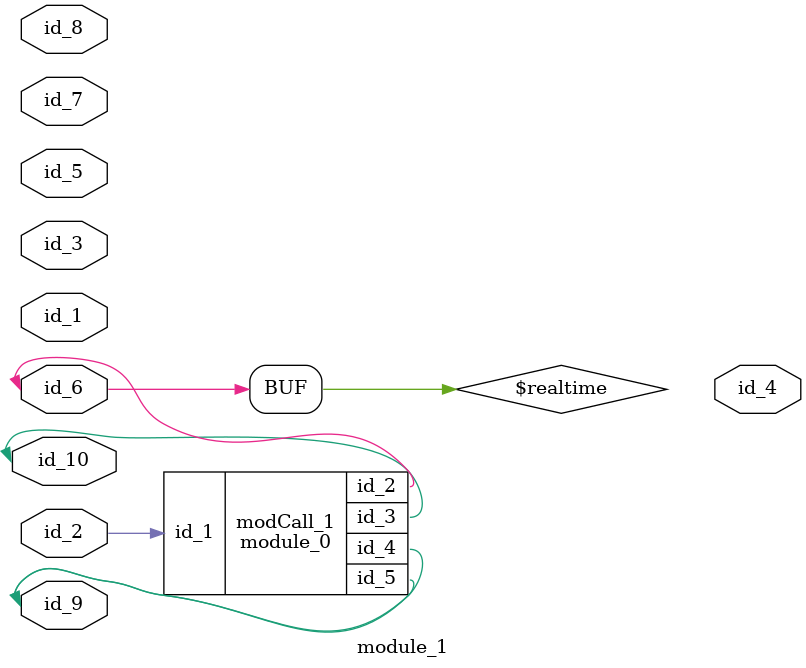
<source format=v>
module module_0 (
    id_1,
    id_2,
    id_3,
    id_4,
    id_5
);
  inout wire id_5;
  output wire id_4;
  output wire id_3;
  output wire id_2;
  input wire id_1;
endmodule
module module_1 (
    id_1,
    id_2,
    id_3,
    id_4,
    id_5,
    id_6,
    id_7,
    id_8,
    id_9,
    id_10
);
  inout wire id_10;
  inout wire id_9;
  input wire id_8;
  input wire id_7;
  inout wire id_6;
  input wire id_5;
  output wire id_4;
  inout wire id_3;
  input wire id_2;
  input wire id_1;
  module_0 modCall_1 (
      id_2,
      id_6,
      id_10,
      id_9,
      id_9
  );
  assign id_6 = $realtime;
  wire id_11;
  wire id_12, id_13, id_14, id_15, id_16;
endmodule

</source>
